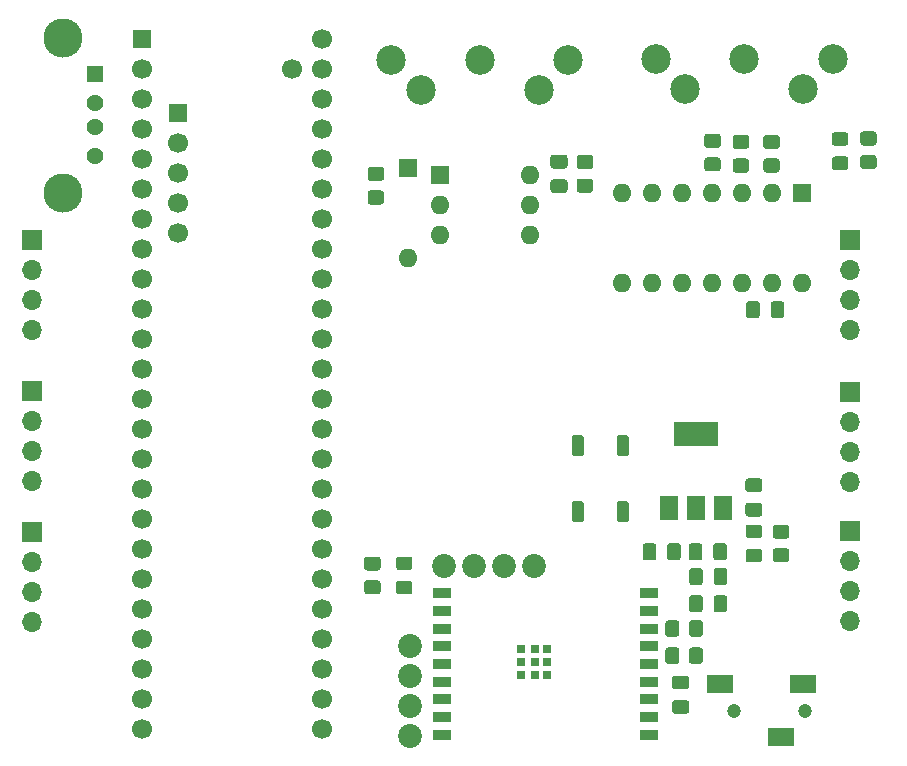
<source format=gbr>
%TF.GenerationSoftware,KiCad,Pcbnew,(5.1.10)-1*%
%TF.CreationDate,2022-01-16T14:06:34-05:00*%
%TF.ProjectId,bottom,626f7474-6f6d-42e6-9b69-6361645f7063,rev?*%
%TF.SameCoordinates,Original*%
%TF.FileFunction,Soldermask,Top*%
%TF.FilePolarity,Negative*%
%FSLAX46Y46*%
G04 Gerber Fmt 4.6, Leading zero omitted, Abs format (unit mm)*
G04 Created by KiCad (PCBNEW (5.1.10)-1) date 2022-01-16 14:06:34*
%MOMM*%
%LPD*%
G01*
G04 APERTURE LIST*
%ADD10R,1.500000X2.000000*%
%ADD11R,3.800000X2.000000*%
%ADD12C,2.020000*%
%ADD13R,0.700000X0.700000*%
%ADD14R,1.500000X0.900000*%
%ADD15C,2.499360*%
%ADD16C,3.316000*%
%ADD17C,1.428000*%
%ADD18R,1.428000X1.428000*%
%ADD19R,1.700000X1.700000*%
%ADD20O,1.700000X1.700000*%
%ADD21O,1.600000X1.600000*%
%ADD22R,1.600000X1.600000*%
%ADD23C,1.700000*%
%ADD24R,2.200000X1.600000*%
%ADD25C,1.200000*%
G04 APERTURE END LIST*
%TO.C,R14*%
G36*
G01*
X171552400Y-124630001D02*
X171552400Y-123729999D01*
G75*
G02*
X171802399Y-123480000I249999J0D01*
G01*
X172502401Y-123480000D01*
G75*
G02*
X172752400Y-123729999I0J-249999D01*
G01*
X172752400Y-124630001D01*
G75*
G02*
X172502401Y-124880000I-249999J0D01*
G01*
X171802399Y-124880000D01*
G75*
G02*
X171552400Y-124630001I0J249999D01*
G01*
G37*
G36*
G01*
X169552400Y-124630001D02*
X169552400Y-123729999D01*
G75*
G02*
X169802399Y-123480000I249999J0D01*
G01*
X170502401Y-123480000D01*
G75*
G02*
X170752400Y-123729999I0J-249999D01*
G01*
X170752400Y-124630001D01*
G75*
G02*
X170502401Y-124880000I-249999J0D01*
G01*
X169802399Y-124880000D01*
G75*
G02*
X169552400Y-124630001I0J249999D01*
G01*
G37*
%TD*%
%TO.C,C8*%
G36*
G01*
X169702400Y-118155000D02*
X169702400Y-117205000D01*
G75*
G02*
X169952400Y-116955000I250000J0D01*
G01*
X170627400Y-116955000D01*
G75*
G02*
X170877400Y-117205000I0J-250000D01*
G01*
X170877400Y-118155000D01*
G75*
G02*
X170627400Y-118405000I-250000J0D01*
G01*
X169952400Y-118405000D01*
G75*
G02*
X169702400Y-118155000I0J250000D01*
G01*
G37*
G36*
G01*
X167627400Y-118155000D02*
X167627400Y-117205000D01*
G75*
G02*
X167877400Y-116955000I250000J0D01*
G01*
X168552400Y-116955000D01*
G75*
G02*
X168802400Y-117205000I0J-250000D01*
G01*
X168802400Y-118155000D01*
G75*
G02*
X168552400Y-118405000I-250000J0D01*
G01*
X167877400Y-118405000D01*
G75*
G02*
X167627400Y-118155000I0J250000D01*
G01*
G37*
%TD*%
D10*
%TO.C,U4*%
X169852400Y-113980000D03*
X174452400Y-113980000D03*
X172152400Y-113980000D03*
D11*
X172152400Y-107680000D03*
%TD*%
%TO.C,R13*%
G36*
G01*
X145202401Y-119280000D02*
X144302399Y-119280000D01*
G75*
G02*
X144052400Y-119030001I0J249999D01*
G01*
X144052400Y-118329999D01*
G75*
G02*
X144302399Y-118080000I249999J0D01*
G01*
X145202401Y-118080000D01*
G75*
G02*
X145452400Y-118329999I0J-249999D01*
G01*
X145452400Y-119030001D01*
G75*
G02*
X145202401Y-119280000I-249999J0D01*
G01*
G37*
G36*
G01*
X145202401Y-121280000D02*
X144302399Y-121280000D01*
G75*
G02*
X144052400Y-121030001I0J249999D01*
G01*
X144052400Y-120329999D01*
G75*
G02*
X144302399Y-120080000I249999J0D01*
G01*
X145202401Y-120080000D01*
G75*
G02*
X145452400Y-120329999I0J-249999D01*
G01*
X145452400Y-121030001D01*
G75*
G02*
X145202401Y-121280000I-249999J0D01*
G01*
G37*
%TD*%
%TO.C,D5*%
G36*
G01*
X147902401Y-119230000D02*
X147002399Y-119230000D01*
G75*
G02*
X146752400Y-118980001I0J249999D01*
G01*
X146752400Y-118329999D01*
G75*
G02*
X147002399Y-118080000I249999J0D01*
G01*
X147902401Y-118080000D01*
G75*
G02*
X148152400Y-118329999I0J-249999D01*
G01*
X148152400Y-118980001D01*
G75*
G02*
X147902401Y-119230000I-249999J0D01*
G01*
G37*
G36*
G01*
X147902401Y-121280000D02*
X147002399Y-121280000D01*
G75*
G02*
X146752400Y-121030001I0J249999D01*
G01*
X146752400Y-120379999D01*
G75*
G02*
X147002399Y-120130000I249999J0D01*
G01*
X147902401Y-120130000D01*
G75*
G02*
X148152400Y-120379999I0J-249999D01*
G01*
X148152400Y-121030001D01*
G75*
G02*
X147902401Y-121280000I-249999J0D01*
G01*
G37*
%TD*%
%TO.C,R12*%
G36*
G01*
X178902399Y-117380000D02*
X179802401Y-117380000D01*
G75*
G02*
X180052400Y-117629999I0J-249999D01*
G01*
X180052400Y-118330001D01*
G75*
G02*
X179802401Y-118580000I-249999J0D01*
G01*
X178902399Y-118580000D01*
G75*
G02*
X178652400Y-118330001I0J249999D01*
G01*
X178652400Y-117629999D01*
G75*
G02*
X178902399Y-117380000I249999J0D01*
G01*
G37*
G36*
G01*
X178902399Y-115380000D02*
X179802401Y-115380000D01*
G75*
G02*
X180052400Y-115629999I0J-249999D01*
G01*
X180052400Y-116330001D01*
G75*
G02*
X179802401Y-116580000I-249999J0D01*
G01*
X178902399Y-116580000D01*
G75*
G02*
X178652400Y-116330001I0J249999D01*
G01*
X178652400Y-115629999D01*
G75*
G02*
X178902399Y-115380000I249999J0D01*
G01*
G37*
%TD*%
%TO.C,D4*%
G36*
G01*
X177502401Y-116530000D02*
X176602399Y-116530000D01*
G75*
G02*
X176352400Y-116280001I0J249999D01*
G01*
X176352400Y-115629999D01*
G75*
G02*
X176602399Y-115380000I249999J0D01*
G01*
X177502401Y-115380000D01*
G75*
G02*
X177752400Y-115629999I0J-249999D01*
G01*
X177752400Y-116280001D01*
G75*
G02*
X177502401Y-116530000I-249999J0D01*
G01*
G37*
G36*
G01*
X177502401Y-118580000D02*
X176602399Y-118580000D01*
G75*
G02*
X176352400Y-118330001I0J249999D01*
G01*
X176352400Y-117679999D01*
G75*
G02*
X176602399Y-117430000I249999J0D01*
G01*
X177502401Y-117430000D01*
G75*
G02*
X177752400Y-117679999I0J-249999D01*
G01*
X177752400Y-118330001D01*
G75*
G02*
X177502401Y-118580000I-249999J0D01*
G01*
G37*
%TD*%
D12*
%TO.C,J96*%
X147952400Y-125640000D03*
X147952400Y-128180000D03*
X147952400Y-130720000D03*
X147952400Y-133260000D03*
%TD*%
D13*
%TO.C,U5*%
X159542400Y-128080000D03*
X159542400Y-126980000D03*
X159542400Y-125880000D03*
X158492400Y-125880000D03*
X157342400Y-125880000D03*
X157342400Y-126980000D03*
X157342400Y-128080000D03*
X158492400Y-128080000D03*
X158492400Y-126980000D03*
D14*
X150652400Y-133180000D03*
X150652400Y-131680000D03*
X150652400Y-130180000D03*
X150652400Y-128680000D03*
X150652400Y-127180000D03*
X150652400Y-125680000D03*
X150652400Y-124180000D03*
X150652400Y-122680000D03*
X150652400Y-121180000D03*
X168152400Y-133180000D03*
X168152400Y-131680000D03*
X168152400Y-130180000D03*
X168152400Y-128680000D03*
X168152400Y-127180000D03*
X168152400Y-125680000D03*
X168152400Y-124180000D03*
X168152400Y-122680000D03*
X168152400Y-121180000D03*
%TD*%
%TO.C,S1*%
G36*
G01*
X162635000Y-113518000D02*
X162635000Y-115042000D01*
G75*
G02*
X162533400Y-115143600I-101600J0D01*
G01*
X161771400Y-115143600D01*
G75*
G02*
X161669800Y-115042000I0J101600D01*
G01*
X161669800Y-113518000D01*
G75*
G02*
X161771400Y-113416400I101600J0D01*
G01*
X162533400Y-113416400D01*
G75*
G02*
X162635000Y-113518000I0J-101600D01*
G01*
G37*
G36*
G01*
X162635000Y-107930000D02*
X162635000Y-109454000D01*
G75*
G02*
X162533400Y-109555600I-101600J0D01*
G01*
X161771400Y-109555600D01*
G75*
G02*
X161669800Y-109454000I0J101600D01*
G01*
X161669800Y-107930000D01*
G75*
G02*
X161771400Y-107828400I101600J0D01*
G01*
X162533400Y-107828400D01*
G75*
G02*
X162635000Y-107930000I0J-101600D01*
G01*
G37*
G36*
G01*
X166445000Y-113518000D02*
X166445000Y-115042000D01*
G75*
G02*
X166343400Y-115143600I-101600J0D01*
G01*
X165581400Y-115143600D01*
G75*
G02*
X165479800Y-115042000I0J101600D01*
G01*
X165479800Y-113518000D01*
G75*
G02*
X165581400Y-113416400I101600J0D01*
G01*
X166343400Y-113416400D01*
G75*
G02*
X166445000Y-113518000I0J-101600D01*
G01*
G37*
G36*
G01*
X166445000Y-107930000D02*
X166445000Y-109454000D01*
G75*
G02*
X166343400Y-109555600I-101600J0D01*
G01*
X165581400Y-109555600D01*
G75*
G02*
X165479800Y-109454000I0J101600D01*
G01*
X165479800Y-107930000D01*
G75*
G02*
X165581400Y-107828400I101600J0D01*
G01*
X166343400Y-107828400D01*
G75*
G02*
X166445000Y-107930000I0J-101600D01*
G01*
G37*
%TD*%
%TO.C,R11*%
G36*
G01*
X171552400Y-126930001D02*
X171552400Y-126029999D01*
G75*
G02*
X171802399Y-125780000I249999J0D01*
G01*
X172502401Y-125780000D01*
G75*
G02*
X172752400Y-126029999I0J-249999D01*
G01*
X172752400Y-126930001D01*
G75*
G02*
X172502401Y-127180000I-249999J0D01*
G01*
X171802399Y-127180000D01*
G75*
G02*
X171552400Y-126930001I0J249999D01*
G01*
G37*
G36*
G01*
X169552400Y-126930001D02*
X169552400Y-126029999D01*
G75*
G02*
X169802399Y-125780000I249999J0D01*
G01*
X170502401Y-125780000D01*
G75*
G02*
X170752400Y-126029999I0J-249999D01*
G01*
X170752400Y-126930001D01*
G75*
G02*
X170502401Y-127180000I-249999J0D01*
G01*
X169802399Y-127180000D01*
G75*
G02*
X169552400Y-126930001I0J249999D01*
G01*
G37*
%TD*%
%TO.C,C7*%
G36*
G01*
X173639900Y-120255000D02*
X173639900Y-119305000D01*
G75*
G02*
X173889900Y-119055000I250000J0D01*
G01*
X174564900Y-119055000D01*
G75*
G02*
X174814900Y-119305000I0J-250000D01*
G01*
X174814900Y-120255000D01*
G75*
G02*
X174564900Y-120505000I-250000J0D01*
G01*
X173889900Y-120505000D01*
G75*
G02*
X173639900Y-120255000I0J250000D01*
G01*
G37*
G36*
G01*
X171564900Y-120255000D02*
X171564900Y-119305000D01*
G75*
G02*
X171814900Y-119055000I250000J0D01*
G01*
X172489900Y-119055000D01*
G75*
G02*
X172739900Y-119305000I0J-250000D01*
G01*
X172739900Y-120255000D01*
G75*
G02*
X172489900Y-120505000I-250000J0D01*
G01*
X171814900Y-120505000D01*
G75*
G02*
X171564900Y-120255000I0J250000D01*
G01*
G37*
%TD*%
%TO.C,C6*%
G36*
G01*
X171564900Y-122555000D02*
X171564900Y-121605000D01*
G75*
G02*
X171814900Y-121355000I250000J0D01*
G01*
X172489900Y-121355000D01*
G75*
G02*
X172739900Y-121605000I0J-250000D01*
G01*
X172739900Y-122555000D01*
G75*
G02*
X172489900Y-122805000I-250000J0D01*
G01*
X171814900Y-122805000D01*
G75*
G02*
X171564900Y-122555000I0J250000D01*
G01*
G37*
G36*
G01*
X173639900Y-122555000D02*
X173639900Y-121605000D01*
G75*
G02*
X173889900Y-121355000I250000J0D01*
G01*
X174564900Y-121355000D01*
G75*
G02*
X174814900Y-121605000I0J-250000D01*
G01*
X174814900Y-122555000D01*
G75*
G02*
X174564900Y-122805000I-250000J0D01*
G01*
X173889900Y-122805000D01*
G75*
G02*
X173639900Y-122555000I0J250000D01*
G01*
G37*
%TD*%
%TO.C,C4*%
G36*
G01*
X177527400Y-114705000D02*
X176577400Y-114705000D01*
G75*
G02*
X176327400Y-114455000I0J250000D01*
G01*
X176327400Y-113780000D01*
G75*
G02*
X176577400Y-113530000I250000J0D01*
G01*
X177527400Y-113530000D01*
G75*
G02*
X177777400Y-113780000I0J-250000D01*
G01*
X177777400Y-114455000D01*
G75*
G02*
X177527400Y-114705000I-250000J0D01*
G01*
G37*
G36*
G01*
X177527400Y-112630000D02*
X176577400Y-112630000D01*
G75*
G02*
X176327400Y-112380000I0J250000D01*
G01*
X176327400Y-111705000D01*
G75*
G02*
X176577400Y-111455000I250000J0D01*
G01*
X177527400Y-111455000D01*
G75*
G02*
X177777400Y-111705000I0J-250000D01*
G01*
X177777400Y-112380000D01*
G75*
G02*
X177527400Y-112630000I-250000J0D01*
G01*
G37*
%TD*%
%TO.C,R10*%
G36*
G01*
X186302399Y-84080000D02*
X187202401Y-84080000D01*
G75*
G02*
X187452400Y-84329999I0J-249999D01*
G01*
X187452400Y-85030001D01*
G75*
G02*
X187202401Y-85280000I-249999J0D01*
G01*
X186302399Y-85280000D01*
G75*
G02*
X186052400Y-85030001I0J249999D01*
G01*
X186052400Y-84329999D01*
G75*
G02*
X186302399Y-84080000I249999J0D01*
G01*
G37*
G36*
G01*
X186302399Y-82080000D02*
X187202401Y-82080000D01*
G75*
G02*
X187452400Y-82329999I0J-249999D01*
G01*
X187452400Y-83030001D01*
G75*
G02*
X187202401Y-83280000I-249999J0D01*
G01*
X186302399Y-83280000D01*
G75*
G02*
X186052400Y-83030001I0J249999D01*
G01*
X186052400Y-82329999D01*
G75*
G02*
X186302399Y-82080000I249999J0D01*
G01*
G37*
%TD*%
%TO.C,D2*%
G36*
G01*
X183902399Y-84205000D02*
X184802401Y-84205000D01*
G75*
G02*
X185052400Y-84454999I0J-249999D01*
G01*
X185052400Y-85105001D01*
G75*
G02*
X184802401Y-85355000I-249999J0D01*
G01*
X183902399Y-85355000D01*
G75*
G02*
X183652400Y-85105001I0J249999D01*
G01*
X183652400Y-84454999D01*
G75*
G02*
X183902399Y-84205000I249999J0D01*
G01*
G37*
G36*
G01*
X183902399Y-82155000D02*
X184802401Y-82155000D01*
G75*
G02*
X185052400Y-82404999I0J-249999D01*
G01*
X185052400Y-83055001D01*
G75*
G02*
X184802401Y-83305000I-249999J0D01*
G01*
X183902399Y-83305000D01*
G75*
G02*
X183652400Y-83055001I0J249999D01*
G01*
X183652400Y-82404999D01*
G75*
G02*
X183902399Y-82155000I249999J0D01*
G01*
G37*
%TD*%
D15*
%TO.C,J90*%
X181248580Y-78479100D03*
X168754320Y-75977200D03*
X176252400Y-75979740D03*
X171256220Y-78479100D03*
X183750480Y-75977200D03*
%TD*%
D16*
%TO.C,J70*%
X118552400Y-87280000D03*
X118552400Y-74140000D03*
D17*
X121262400Y-84210000D03*
X121262400Y-81710000D03*
X121262400Y-79710000D03*
D18*
X121262400Y-77210000D03*
%TD*%
D12*
%TO.C,J99*%
X150812400Y-118860000D03*
X153352400Y-118860000D03*
X155892400Y-118860000D03*
X158432400Y-118860000D03*
%TD*%
%TO.C,R8*%
G36*
G01*
X162302399Y-84080000D02*
X163202401Y-84080000D01*
G75*
G02*
X163452400Y-84329999I0J-249999D01*
G01*
X163452400Y-85030001D01*
G75*
G02*
X163202401Y-85280000I-249999J0D01*
G01*
X162302399Y-85280000D01*
G75*
G02*
X162052400Y-85030001I0J249999D01*
G01*
X162052400Y-84329999D01*
G75*
G02*
X162302399Y-84080000I249999J0D01*
G01*
G37*
G36*
G01*
X162302399Y-86080000D02*
X163202401Y-86080000D01*
G75*
G02*
X163452400Y-86329999I0J-249999D01*
G01*
X163452400Y-87030001D01*
G75*
G02*
X163202401Y-87280000I-249999J0D01*
G01*
X162302399Y-87280000D01*
G75*
G02*
X162052400Y-87030001I0J249999D01*
G01*
X162052400Y-86329999D01*
G75*
G02*
X162302399Y-86080000I249999J0D01*
G01*
G37*
%TD*%
%TO.C,R7*%
G36*
G01*
X144602399Y-87080000D02*
X145502401Y-87080000D01*
G75*
G02*
X145752400Y-87329999I0J-249999D01*
G01*
X145752400Y-88030001D01*
G75*
G02*
X145502401Y-88280000I-249999J0D01*
G01*
X144602399Y-88280000D01*
G75*
G02*
X144352400Y-88030001I0J249999D01*
G01*
X144352400Y-87329999D01*
G75*
G02*
X144602399Y-87080000I249999J0D01*
G01*
G37*
G36*
G01*
X144602399Y-85080000D02*
X145502401Y-85080000D01*
G75*
G02*
X145752400Y-85329999I0J-249999D01*
G01*
X145752400Y-86030001D01*
G75*
G02*
X145502401Y-86280000I-249999J0D01*
G01*
X144602399Y-86280000D01*
G75*
G02*
X144352400Y-86030001I0J249999D01*
G01*
X144352400Y-85329999D01*
G75*
G02*
X144602399Y-85080000I249999J0D01*
G01*
G37*
%TD*%
%TO.C,R4*%
G36*
G01*
X178102399Y-84380000D02*
X179002401Y-84380000D01*
G75*
G02*
X179252400Y-84629999I0J-249999D01*
G01*
X179252400Y-85330001D01*
G75*
G02*
X179002401Y-85580000I-249999J0D01*
G01*
X178102399Y-85580000D01*
G75*
G02*
X177852400Y-85330001I0J249999D01*
G01*
X177852400Y-84629999D01*
G75*
G02*
X178102399Y-84380000I249999J0D01*
G01*
G37*
G36*
G01*
X178102399Y-82380000D02*
X179002401Y-82380000D01*
G75*
G02*
X179252400Y-82629999I0J-249999D01*
G01*
X179252400Y-83330001D01*
G75*
G02*
X179002401Y-83580000I-249999J0D01*
G01*
X178102399Y-83580000D01*
G75*
G02*
X177852400Y-83330001I0J249999D01*
G01*
X177852400Y-82629999D01*
G75*
G02*
X178102399Y-82380000I249999J0D01*
G01*
G37*
%TD*%
%TO.C,R3*%
G36*
G01*
X175502399Y-84380000D02*
X176402401Y-84380000D01*
G75*
G02*
X176652400Y-84629999I0J-249999D01*
G01*
X176652400Y-85330001D01*
G75*
G02*
X176402401Y-85580000I-249999J0D01*
G01*
X175502399Y-85580000D01*
G75*
G02*
X175252400Y-85330001I0J249999D01*
G01*
X175252400Y-84629999D01*
G75*
G02*
X175502399Y-84380000I249999J0D01*
G01*
G37*
G36*
G01*
X175502399Y-82380000D02*
X176402401Y-82380000D01*
G75*
G02*
X176652400Y-82629999I0J-249999D01*
G01*
X176652400Y-83330001D01*
G75*
G02*
X176402401Y-83580000I-249999J0D01*
G01*
X175502399Y-83580000D01*
G75*
G02*
X175252400Y-83330001I0J249999D01*
G01*
X175252400Y-82629999D01*
G75*
G02*
X175502399Y-82380000I249999J0D01*
G01*
G37*
%TD*%
%TO.C,R2*%
G36*
G01*
X173102399Y-82280000D02*
X174002401Y-82280000D01*
G75*
G02*
X174252400Y-82529999I0J-249999D01*
G01*
X174252400Y-83230001D01*
G75*
G02*
X174002401Y-83480000I-249999J0D01*
G01*
X173102399Y-83480000D01*
G75*
G02*
X172852400Y-83230001I0J249999D01*
G01*
X172852400Y-82529999D01*
G75*
G02*
X173102399Y-82280000I249999J0D01*
G01*
G37*
G36*
G01*
X173102399Y-84280000D02*
X174002401Y-84280000D01*
G75*
G02*
X174252400Y-84529999I0J-249999D01*
G01*
X174252400Y-85230001D01*
G75*
G02*
X174002401Y-85480000I-249999J0D01*
G01*
X173102399Y-85480000D01*
G75*
G02*
X172852400Y-85230001I0J249999D01*
G01*
X172852400Y-84529999D01*
G75*
G02*
X173102399Y-84280000I249999J0D01*
G01*
G37*
%TD*%
%TO.C,C2*%
G36*
G01*
X161027400Y-87305000D02*
X160077400Y-87305000D01*
G75*
G02*
X159827400Y-87055000I0J250000D01*
G01*
X159827400Y-86380000D01*
G75*
G02*
X160077400Y-86130000I250000J0D01*
G01*
X161027400Y-86130000D01*
G75*
G02*
X161277400Y-86380000I0J-250000D01*
G01*
X161277400Y-87055000D01*
G75*
G02*
X161027400Y-87305000I-250000J0D01*
G01*
G37*
G36*
G01*
X161027400Y-85230000D02*
X160077400Y-85230000D01*
G75*
G02*
X159827400Y-84980000I0J250000D01*
G01*
X159827400Y-84305000D01*
G75*
G02*
X160077400Y-84055000I250000J0D01*
G01*
X161027400Y-84055000D01*
G75*
G02*
X161277400Y-84305000I0J-250000D01*
G01*
X161277400Y-84980000D01*
G75*
G02*
X161027400Y-85230000I-250000J0D01*
G01*
G37*
%TD*%
%TO.C,C1*%
G36*
G01*
X178464900Y-97655000D02*
X178464900Y-96705000D01*
G75*
G02*
X178714900Y-96455000I250000J0D01*
G01*
X179389900Y-96455000D01*
G75*
G02*
X179639900Y-96705000I0J-250000D01*
G01*
X179639900Y-97655000D01*
G75*
G02*
X179389900Y-97905000I-250000J0D01*
G01*
X178714900Y-97905000D01*
G75*
G02*
X178464900Y-97655000I0J250000D01*
G01*
G37*
G36*
G01*
X176389900Y-97655000D02*
X176389900Y-96705000D01*
G75*
G02*
X176639900Y-96455000I250000J0D01*
G01*
X177314900Y-96455000D01*
G75*
G02*
X177564900Y-96705000I0J-250000D01*
G01*
X177564900Y-97655000D01*
G75*
G02*
X177314900Y-97905000I-250000J0D01*
G01*
X176639900Y-97905000D01*
G75*
G02*
X176389900Y-97655000I0J250000D01*
G01*
G37*
%TD*%
D19*
%TO.C,J39*%
X185186220Y-115949540D03*
D20*
X185186220Y-118489540D03*
X185186220Y-121029540D03*
X185186220Y-123569540D03*
%TD*%
D19*
%TO.C,J38*%
X115966140Y-91270900D03*
D20*
X115966140Y-93810900D03*
X115966140Y-96350900D03*
X115966140Y-98890900D03*
%TD*%
%TO.C,J37*%
X185168440Y-98936620D03*
X185168440Y-96396620D03*
X185168440Y-93856620D03*
D19*
X185168440Y-91316620D03*
%TD*%
D20*
%TO.C,J36*%
X115940740Y-111725520D03*
X115940740Y-109185520D03*
X115940740Y-106645520D03*
D19*
X115940740Y-104105520D03*
%TD*%
%TO.C,J35*%
X115907720Y-115974940D03*
D20*
X115907720Y-118514940D03*
X115907720Y-121054940D03*
X115907720Y-123594940D03*
%TD*%
%TO.C,J34*%
X185181140Y-111735680D03*
X185181140Y-109195680D03*
X185181140Y-106655680D03*
D19*
X185181140Y-104115680D03*
%TD*%
D21*
%TO.C,U3*%
X158128420Y-85791200D03*
X150508420Y-90871200D03*
X158128420Y-88331200D03*
X150508420Y-88331200D03*
X158128420Y-90871200D03*
D22*
X150508420Y-85791200D03*
%TD*%
D21*
%TO.C,U2*%
X181152400Y-94900000D03*
X165912400Y-87280000D03*
X178612400Y-94900000D03*
X168452400Y-87280000D03*
X176072400Y-94900000D03*
X170992400Y-87280000D03*
X173532400Y-94900000D03*
X173532400Y-87280000D03*
X170992400Y-94900000D03*
X176072400Y-87280000D03*
X168452400Y-94900000D03*
X178612400Y-87280000D03*
X165912400Y-94900000D03*
D22*
X181152400Y-87280000D03*
%TD*%
D23*
%TO.C,U1*%
X125212400Y-114880000D03*
X125212400Y-117420000D03*
X125212400Y-119960000D03*
X125212400Y-122500000D03*
X125212400Y-112340000D03*
X125212400Y-109800000D03*
X125212400Y-107260000D03*
X125212400Y-125040000D03*
X125212400Y-127580000D03*
X125212400Y-130120000D03*
X125212400Y-132660000D03*
X140452400Y-132660000D03*
X140452400Y-130120000D03*
X140452400Y-127580000D03*
X140452400Y-125040000D03*
X140452400Y-122500000D03*
X140452400Y-119960000D03*
X140452400Y-117420000D03*
X140452400Y-114880000D03*
X140452400Y-112340000D03*
X140452400Y-109800000D03*
X125212400Y-104720000D03*
X125212400Y-102180000D03*
X125212400Y-99640000D03*
X125212400Y-97100000D03*
X125212400Y-94560000D03*
X125212400Y-92020000D03*
X125212400Y-89480000D03*
X125212400Y-86940000D03*
X125212400Y-84400000D03*
X125212400Y-81860000D03*
X125212400Y-79320000D03*
X125212400Y-76780000D03*
D22*
X125212400Y-74240000D03*
D23*
X140452400Y-107260000D03*
X140452400Y-104720000D03*
X140452400Y-102180000D03*
X140452400Y-99640000D03*
X140452400Y-97100000D03*
X140452400Y-94560000D03*
X140452400Y-92020000D03*
X140452400Y-89480000D03*
X140452400Y-86940000D03*
X140452400Y-84400000D03*
X140452400Y-81860000D03*
X140452400Y-79320000D03*
X140452400Y-76780000D03*
X140452400Y-74240000D03*
D22*
X128263200Y-80539200D03*
D23*
X128263200Y-83079200D03*
X128263200Y-85619200D03*
X128263200Y-88159200D03*
X128263200Y-90699200D03*
X137912400Y-76780000D03*
%TD*%
D21*
%TO.C,D1*%
X147752400Y-92800000D03*
D22*
X147752400Y-85180000D03*
%TD*%
%TO.C,C3*%
G36*
G01*
X170377400Y-130230000D02*
X171327400Y-130230000D01*
G75*
G02*
X171577400Y-130480000I0J-250000D01*
G01*
X171577400Y-131155000D01*
G75*
G02*
X171327400Y-131405000I-250000J0D01*
G01*
X170377400Y-131405000D01*
G75*
G02*
X170127400Y-131155000I0J250000D01*
G01*
X170127400Y-130480000D01*
G75*
G02*
X170377400Y-130230000I250000J0D01*
G01*
G37*
G36*
G01*
X170377400Y-128155000D02*
X171327400Y-128155000D01*
G75*
G02*
X171577400Y-128405000I0J-250000D01*
G01*
X171577400Y-129080000D01*
G75*
G02*
X171327400Y-129330000I-250000J0D01*
G01*
X170377400Y-129330000D01*
G75*
G02*
X170127400Y-129080000I0J250000D01*
G01*
X170127400Y-128405000D01*
G75*
G02*
X170377400Y-128155000I250000J0D01*
G01*
G37*
%TD*%
%TO.C,C5*%
G36*
G01*
X173602400Y-118155000D02*
X173602400Y-117205000D01*
G75*
G02*
X173852400Y-116955000I250000J0D01*
G01*
X174527400Y-116955000D01*
G75*
G02*
X174777400Y-117205000I0J-250000D01*
G01*
X174777400Y-118155000D01*
G75*
G02*
X174527400Y-118405000I-250000J0D01*
G01*
X173852400Y-118405000D01*
G75*
G02*
X173602400Y-118155000I0J250000D01*
G01*
G37*
G36*
G01*
X171527400Y-118155000D02*
X171527400Y-117205000D01*
G75*
G02*
X171777400Y-116955000I250000J0D01*
G01*
X172452400Y-116955000D01*
G75*
G02*
X172702400Y-117205000I0J-250000D01*
G01*
X172702400Y-118155000D01*
G75*
G02*
X172452400Y-118405000I-250000J0D01*
G01*
X171777400Y-118405000D01*
G75*
G02*
X171527400Y-118155000I0J250000D01*
G01*
G37*
%TD*%
D15*
%TO.C,J40*%
X161350480Y-76077200D03*
X148856220Y-78579100D03*
X153852400Y-76079740D03*
X146354320Y-76077200D03*
X158848580Y-78579100D03*
%TD*%
D24*
%TO.C,J0*%
X174179400Y-128880000D03*
X179347400Y-133380000D03*
X181252400Y-128880000D03*
D25*
X175379400Y-131130000D03*
X181379400Y-131130000D03*
%TD*%
M02*

</source>
